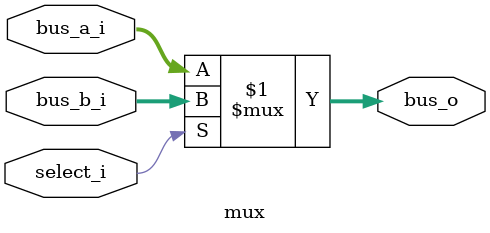
<source format=sv>
module mux #(bits = 3)
	(input logic[bits-1:0] bus_a_i, bus_b_i,
	 input logic select_i,
	output logic[bits-1:0] bus_o);

	assign bus_o = select_i ? bus_b_i : bus_a_i;

endmodule

</source>
